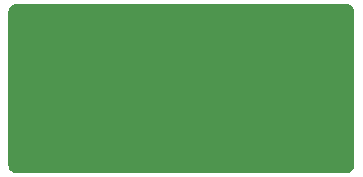
<source format=gbr>
G04 #@! TF.GenerationSoftware,KiCad,Pcbnew,(5.1.5-0-10_14)*
G04 #@! TF.CreationDate,2020-08-30T17:59:42+03:00*
G04 #@! TF.ProjectId,miniRGBii,6d696e69-5247-4426-9969-2e6b69636164,rev?*
G04 #@! TF.SameCoordinates,Original*
G04 #@! TF.FileFunction,Copper,L2,Bot*
G04 #@! TF.FilePolarity,Positive*
%FSLAX46Y46*%
G04 Gerber Fmt 4.6, Leading zero omitted, Abs format (unit mm)*
G04 Created by KiCad (PCBNEW (5.1.5-0-10_14)) date 2020-08-30 17:59:42*
%MOMM*%
%LPD*%
G04 APERTURE LIST*
%ADD10C,0.800000*%
%ADD11C,0.300000*%
G04 APERTURE END LIST*
D10*
X185000000Y-54800000D03*
X199800000Y-62800000D03*
X205000000Y-60500000D03*
X205100000Y-67900000D03*
X202600000Y-57700000D03*
X204200000Y-63900000D03*
X187000000Y-54800000D03*
X188900000Y-56700000D03*
X194400000Y-56700000D03*
X204190953Y-65790953D03*
X204200000Y-67900000D03*
D11*
G36*
X212091770Y-54536516D02*
G01*
X212180048Y-54563168D01*
X212261470Y-54606461D01*
X212332927Y-54664740D01*
X212391705Y-54735790D01*
X212435565Y-54816907D01*
X212462832Y-54904992D01*
X212475000Y-55020764D01*
X212475001Y-67974317D01*
X212463485Y-68091769D01*
X212436831Y-68180049D01*
X212393539Y-68261470D01*
X212335261Y-68332925D01*
X212264209Y-68391706D01*
X212183093Y-68435565D01*
X212095008Y-68462832D01*
X211979236Y-68475000D01*
X184025673Y-68475000D01*
X183908231Y-68463485D01*
X183819951Y-68436831D01*
X183738530Y-68393539D01*
X183667075Y-68335261D01*
X183608294Y-68264209D01*
X183564435Y-68183093D01*
X183537168Y-68095008D01*
X183525000Y-67979236D01*
X183525000Y-55025674D01*
X183536516Y-54908230D01*
X183563168Y-54819952D01*
X183606461Y-54738530D01*
X183664740Y-54667073D01*
X183735790Y-54608295D01*
X183816907Y-54564435D01*
X183904992Y-54537168D01*
X184020764Y-54525000D01*
X211974326Y-54525000D01*
X212091770Y-54536516D01*
G37*
X212091770Y-54536516D02*
X212180048Y-54563168D01*
X212261470Y-54606461D01*
X212332927Y-54664740D01*
X212391705Y-54735790D01*
X212435565Y-54816907D01*
X212462832Y-54904992D01*
X212475000Y-55020764D01*
X212475001Y-67974317D01*
X212463485Y-68091769D01*
X212436831Y-68180049D01*
X212393539Y-68261470D01*
X212335261Y-68332925D01*
X212264209Y-68391706D01*
X212183093Y-68435565D01*
X212095008Y-68462832D01*
X211979236Y-68475000D01*
X184025673Y-68475000D01*
X183908231Y-68463485D01*
X183819951Y-68436831D01*
X183738530Y-68393539D01*
X183667075Y-68335261D01*
X183608294Y-68264209D01*
X183564435Y-68183093D01*
X183537168Y-68095008D01*
X183525000Y-67979236D01*
X183525000Y-55025674D01*
X183536516Y-54908230D01*
X183563168Y-54819952D01*
X183606461Y-54738530D01*
X183664740Y-54667073D01*
X183735790Y-54608295D01*
X183816907Y-54564435D01*
X183904992Y-54537168D01*
X184020764Y-54525000D01*
X211974326Y-54525000D01*
X212091770Y-54536516D01*
M02*

</source>
